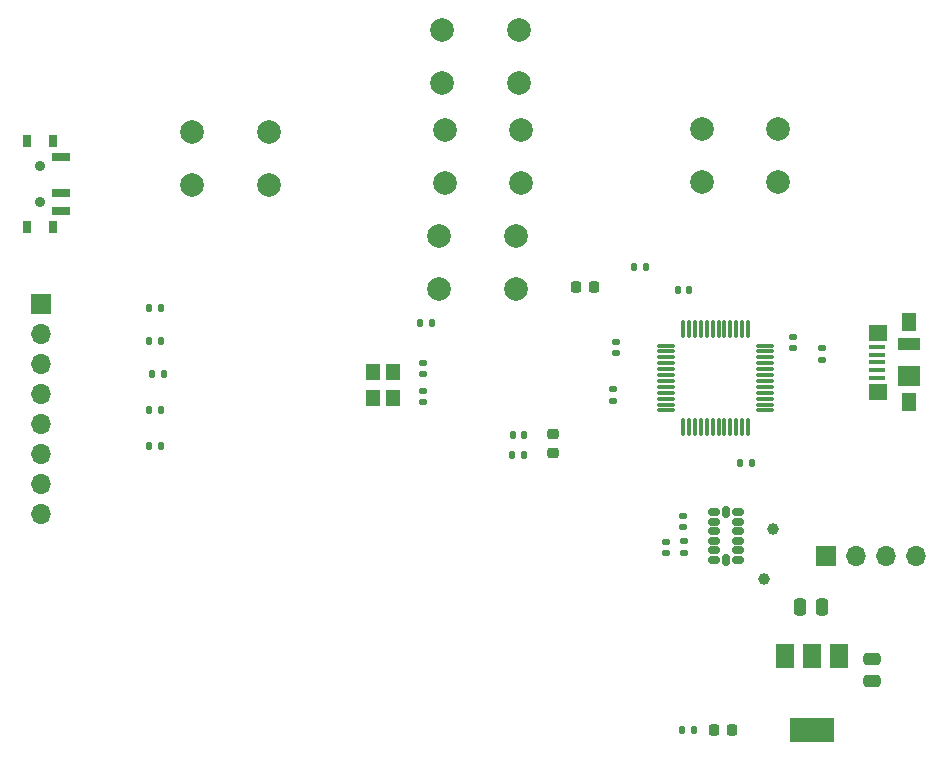
<source format=gbr>
%TF.GenerationSoftware,KiCad,Pcbnew,(6.0.6)*%
%TF.CreationDate,2022-07-21T13:44:36+08:00*%
%TF.ProjectId,graccel_mouse,67726163-6365-46c5-9f6d-6f7573652e6b,v0.1*%
%TF.SameCoordinates,Original*%
%TF.FileFunction,Soldermask,Top*%
%TF.FilePolarity,Negative*%
%FSLAX46Y46*%
G04 Gerber Fmt 4.6, Leading zero omitted, Abs format (unit mm)*
G04 Created by KiCad (PCBNEW (6.0.6)) date 2022-07-21 13:44:36*
%MOMM*%
%LPD*%
G01*
G04 APERTURE LIST*
G04 Aperture macros list*
%AMRoundRect*
0 Rectangle with rounded corners*
0 $1 Rounding radius*
0 $2 $3 $4 $5 $6 $7 $8 $9 X,Y pos of 4 corners*
0 Add a 4 corners polygon primitive as box body*
4,1,4,$2,$3,$4,$5,$6,$7,$8,$9,$2,$3,0*
0 Add four circle primitives for the rounded corners*
1,1,$1+$1,$2,$3*
1,1,$1+$1,$4,$5*
1,1,$1+$1,$6,$7*
1,1,$1+$1,$8,$9*
0 Add four rect primitives between the rounded corners*
20,1,$1+$1,$2,$3,$4,$5,0*
20,1,$1+$1,$4,$5,$6,$7,0*
20,1,$1+$1,$6,$7,$8,$9,0*
20,1,$1+$1,$8,$9,$2,$3,0*%
G04 Aperture macros list end*
%ADD10R,1.380000X0.450000*%
%ADD11R,1.900000X1.800000*%
%ADD12R,1.300000X1.650000*%
%ADD13R,1.550000X1.425000*%
%ADD14R,1.900000X1.000000*%
%ADD15RoundRect,0.140000X-0.140000X-0.170000X0.140000X-0.170000X0.140000X0.170000X-0.140000X0.170000X0*%
%ADD16R,1.700000X1.700000*%
%ADD17O,1.700000X1.700000*%
%ADD18RoundRect,0.135000X0.135000X0.185000X-0.135000X0.185000X-0.135000X-0.185000X0.135000X-0.185000X0*%
%ADD19R,1.200000X1.400000*%
%ADD20R,1.500000X2.000000*%
%ADD21R,3.800000X2.000000*%
%ADD22RoundRect,0.140000X0.170000X-0.140000X0.170000X0.140000X-0.170000X0.140000X-0.170000X-0.140000X0*%
%ADD23RoundRect,0.218750X-0.256250X0.218750X-0.256250X-0.218750X0.256250X-0.218750X0.256250X0.218750X0*%
%ADD24C,2.000000*%
%ADD25RoundRect,0.140000X-0.170000X0.140000X-0.170000X-0.140000X0.170000X-0.140000X0.170000X0.140000X0*%
%ADD26RoundRect,0.140000X0.140000X0.170000X-0.140000X0.170000X-0.140000X-0.170000X0.140000X-0.170000X0*%
%ADD27RoundRect,0.218750X-0.218750X-0.256250X0.218750X-0.256250X0.218750X0.256250X-0.218750X0.256250X0*%
%ADD28RoundRect,0.135000X-0.135000X-0.185000X0.135000X-0.185000X0.135000X0.185000X-0.135000X0.185000X0*%
%ADD29C,1.000000*%
%ADD30RoundRect,0.135000X-0.185000X0.135000X-0.185000X-0.135000X0.185000X-0.135000X0.185000X0.135000X0*%
%ADD31RoundRect,0.250000X-0.250000X-0.475000X0.250000X-0.475000X0.250000X0.475000X-0.250000X0.475000X0*%
%ADD32RoundRect,0.225000X0.225000X0.250000X-0.225000X0.250000X-0.225000X-0.250000X0.225000X-0.250000X0*%
%ADD33RoundRect,0.250000X0.475000X-0.250000X0.475000X0.250000X-0.475000X0.250000X-0.475000X-0.250000X0*%
%ADD34RoundRect,0.075000X-0.662500X-0.075000X0.662500X-0.075000X0.662500X0.075000X-0.662500X0.075000X0*%
%ADD35RoundRect,0.075000X-0.075000X-0.662500X0.075000X-0.662500X0.075000X0.662500X-0.075000X0.662500X0*%
%ADD36RoundRect,0.150000X-0.325000X-0.150000X0.325000X-0.150000X0.325000X0.150000X-0.325000X0.150000X0*%
%ADD37RoundRect,0.150000X-0.150000X-0.325000X0.150000X-0.325000X0.150000X0.325000X-0.150000X0.325000X0*%
%ADD38R,0.800000X1.000000*%
%ADD39C,0.900000*%
%ADD40R,1.500000X0.700000*%
G04 APERTURE END LIST*
D10*
%TO.C,J1*%
X154620000Y-96100000D03*
X154620000Y-95450000D03*
X154620000Y-94800000D03*
X154620000Y-94150000D03*
X154620000Y-93500000D03*
D11*
X157280000Y-95950000D03*
D12*
X157280000Y-91425000D03*
X157280000Y-98175000D03*
D13*
X154705000Y-97287500D03*
D14*
X157280000Y-93250000D03*
D13*
X154705000Y-92312500D03*
%TD*%
D15*
%TO.C,C7*%
X137750000Y-88657500D03*
X138710000Y-88657500D03*
%TD*%
D16*
%TO.C,J3*%
X150300000Y-111190000D03*
D17*
X152840000Y-111190000D03*
X155380000Y-111190000D03*
X157920000Y-111190000D03*
%TD*%
D18*
%TO.C,R5*%
X93982000Y-90170000D03*
X92962000Y-90170000D03*
%TD*%
%TO.C,R6*%
X93982000Y-98806000D03*
X92962000Y-98806000D03*
%TD*%
D19*
%TO.C,Y1*%
X111930000Y-95597500D03*
X111930000Y-97797500D03*
X113630000Y-97797500D03*
X113630000Y-95597500D03*
%TD*%
D20*
%TO.C,U1*%
X151400000Y-119637500D03*
D21*
X149100000Y-125937500D03*
D20*
X149100000Y-119637500D03*
X146800000Y-119637500D03*
%TD*%
D22*
%TO.C,C15*%
X138220000Y-110927500D03*
X138220000Y-109967500D03*
%TD*%
D23*
%TO.C,FB1*%
X127200000Y-100860000D03*
X127200000Y-102435000D03*
%TD*%
D24*
%TO.C,SW4*%
X117990000Y-75110000D03*
X124490000Y-75110000D03*
X117990000Y-79610000D03*
X124490000Y-79610000D03*
%TD*%
D25*
%TO.C,C16*%
X138160000Y-107807500D03*
X138160000Y-108767500D03*
%TD*%
D26*
%TO.C,C4*%
X116900000Y-91447500D03*
X115940000Y-91447500D03*
%TD*%
D24*
%TO.C,SW5*%
X117540000Y-84080000D03*
X124040000Y-84080000D03*
X124040000Y-88580000D03*
X117540000Y-88580000D03*
%TD*%
D26*
%TO.C,C13*%
X124670000Y-102617500D03*
X123710000Y-102617500D03*
%TD*%
D27*
%TO.C,D1*%
X140752500Y-125947500D03*
X142327500Y-125947500D03*
%TD*%
D24*
%TO.C,SW6*%
X139750000Y-75050000D03*
X146250000Y-75050000D03*
X139750000Y-79550000D03*
X146250000Y-79550000D03*
%TD*%
D28*
%TO.C,R4*%
X92962000Y-92964000D03*
X93982000Y-92964000D03*
%TD*%
D24*
%TO.C,SW2*%
X103100000Y-75270000D03*
X96600000Y-75270000D03*
X96600000Y-79770000D03*
X103100000Y-79770000D03*
%TD*%
D22*
%TO.C,C14*%
X136690000Y-110980000D03*
X136690000Y-110020000D03*
%TD*%
D25*
%TO.C,C10*%
X132480000Y-93037500D03*
X132480000Y-93997500D03*
%TD*%
D16*
%TO.C,J2*%
X83790000Y-89860000D03*
D17*
X83790000Y-92400000D03*
X83790000Y-94940000D03*
X83790000Y-97480000D03*
X83790000Y-100020000D03*
X83790000Y-102560000D03*
X83790000Y-105100000D03*
X83790000Y-107640000D03*
%TD*%
D18*
%TO.C,R1*%
X139100000Y-125970000D03*
X138080000Y-125970000D03*
%TD*%
D29*
%TO.C,TP1*%
X145000000Y-113130000D03*
%TD*%
D28*
%TO.C,R2*%
X134020000Y-86710000D03*
X135040000Y-86710000D03*
%TD*%
D30*
%TO.C,R3*%
X149930000Y-93620000D03*
X149930000Y-94640000D03*
%TD*%
D25*
%TO.C,C8*%
X147510000Y-92640000D03*
X147510000Y-93600000D03*
%TD*%
D18*
%TO.C,R8*%
X93982000Y-101854000D03*
X92962000Y-101854000D03*
%TD*%
D31*
%TO.C,C1*%
X148070000Y-115497500D03*
X149970000Y-115497500D03*
%TD*%
D22*
%TO.C,C5*%
X116150000Y-98197500D03*
X116150000Y-97237500D03*
%TD*%
D32*
%TO.C,C3*%
X130640000Y-88400000D03*
X129090000Y-88400000D03*
%TD*%
D29*
%TO.C,TP2*%
X145800000Y-108930000D03*
%TD*%
D22*
%TO.C,C11*%
X132270000Y-98060000D03*
X132270000Y-97100000D03*
%TD*%
D33*
%TO.C,C6*%
X154150000Y-121797500D03*
X154150000Y-119897500D03*
%TD*%
D18*
%TO.C,R7*%
X94236000Y-95758000D03*
X93216000Y-95758000D03*
%TD*%
D34*
%TO.C,U2*%
X136767500Y-93377500D03*
X136767500Y-93877500D03*
X136767500Y-94377500D03*
X136767500Y-94877500D03*
X136767500Y-95377500D03*
X136767500Y-95877500D03*
X136767500Y-96377500D03*
X136767500Y-96877500D03*
X136767500Y-97377500D03*
X136767500Y-97877500D03*
X136767500Y-98377500D03*
X136767500Y-98877500D03*
D35*
X138180000Y-100290000D03*
X138680000Y-100290000D03*
X139180000Y-100290000D03*
X139680000Y-100290000D03*
X140180000Y-100290000D03*
X140680000Y-100290000D03*
X141180000Y-100290000D03*
X141680000Y-100290000D03*
X142180000Y-100290000D03*
X142680000Y-100290000D03*
X143180000Y-100290000D03*
X143680000Y-100290000D03*
D34*
X145092500Y-98877500D03*
X145092500Y-98377500D03*
X145092500Y-97877500D03*
X145092500Y-97377500D03*
X145092500Y-96877500D03*
X145092500Y-96377500D03*
X145092500Y-95877500D03*
X145092500Y-95377500D03*
X145092500Y-94877500D03*
X145092500Y-94377500D03*
X145092500Y-93877500D03*
X145092500Y-93377500D03*
D35*
X143680000Y-91965000D03*
X143180000Y-91965000D03*
X142680000Y-91965000D03*
X142180000Y-91965000D03*
X141680000Y-91965000D03*
X141180000Y-91965000D03*
X140680000Y-91965000D03*
X140180000Y-91965000D03*
X139680000Y-91965000D03*
X139180000Y-91965000D03*
X138680000Y-91965000D03*
X138180000Y-91965000D03*
%TD*%
D26*
%TO.C,C12*%
X124720000Y-100917500D03*
X123760000Y-100917500D03*
%TD*%
%TO.C,C9*%
X143980000Y-103357500D03*
X143020000Y-103357500D03*
%TD*%
D36*
%TO.C,U3*%
X140810000Y-107510000D03*
X140810000Y-108310000D03*
X140810000Y-109110000D03*
X140810000Y-109910000D03*
X140810000Y-110710000D03*
X140810000Y-111510000D03*
D37*
X141810000Y-111510000D03*
D36*
X142810000Y-111510000D03*
X142810000Y-110710000D03*
X142810000Y-109910000D03*
X142810000Y-109110000D03*
X142810000Y-108310000D03*
X142810000Y-107510000D03*
D37*
X141810000Y-107510000D03*
%TD*%
D38*
%TO.C,SW1*%
X82655000Y-76050000D03*
X84865000Y-76050000D03*
X84865000Y-83350000D03*
X82655000Y-83350000D03*
D39*
X83755000Y-81200000D03*
X83755000Y-78200000D03*
D40*
X85515000Y-77450000D03*
X85515000Y-80450000D03*
X85515000Y-81950000D03*
%TD*%
D22*
%TO.C,C2*%
X116150000Y-95777500D03*
X116150000Y-94817500D03*
%TD*%
D24*
%TO.C,SW3*%
X117770000Y-66680000D03*
X124270000Y-66680000D03*
X117770000Y-71180000D03*
X124270000Y-71180000D03*
%TD*%
M02*

</source>
